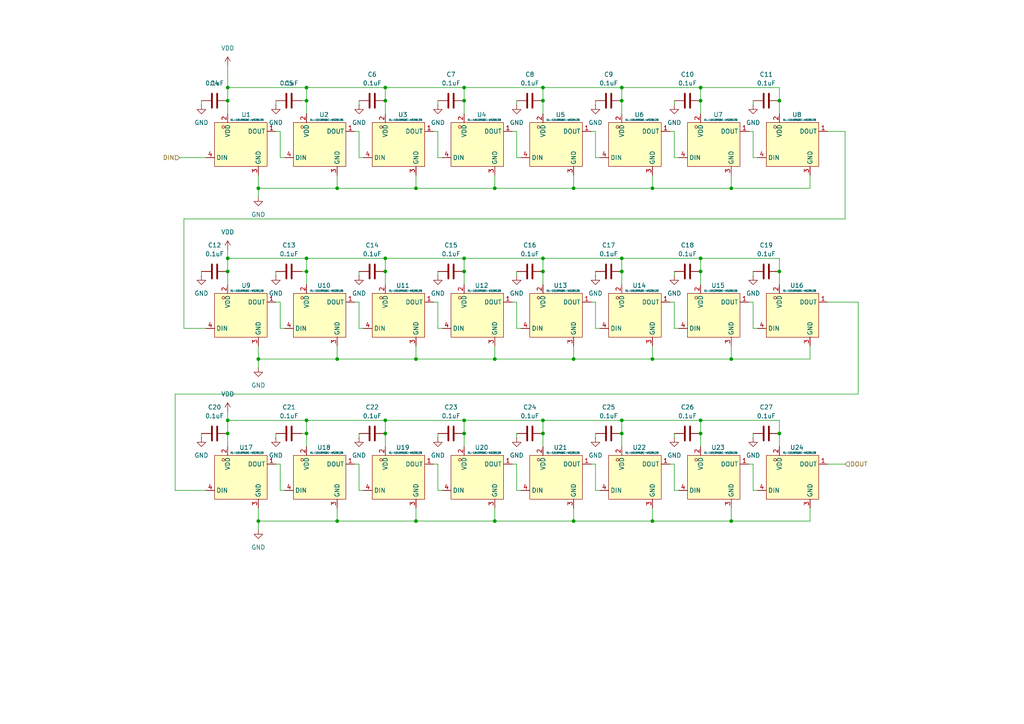
<source format=kicad_sch>
(kicad_sch (version 20231120) (generator "eeschema") (generator_version "8.0")
  (paper "A4")
  (lib_symbols
    (symbol "Device:C" (pin_numbers hide) (pin_names (offset 0.254))
      (property "Reference" "C" (at 0.635 2.54 0))
      (property "Value" "C" (at 0.635 -2.54 0))
      (symbol "C_0_1"
        (polyline (pts (xy -2.032 -0.762) (xy 2.032 -0.762)) (stroke (width 0.508)))
        (polyline (pts (xy -2.032 0.762) (xy 2.032 0.762)) (stroke (width 0.508)))
      )
      (symbol "C_1_1"
        (pin passive line (at 0 3.81 270) (length 2.794) (name "~") (number "1"))
        (pin passive line (at 0 -3.81 90) (length 2.794) (name "~") (number "2"))
      )
    )
    (symbol "easyeda2kicad:XL-1010RGBC-WS2812B"
      (property "Reference" "U" (at 0 13.97 0))
      (property "Value" "XL-1010RGBC-WS2812B" (at 0 -13.97 0))
      (symbol "XL-1010RGBC-WS2812B_0_1"
        (rectangle (start -7.62 6.35) (end 7.62 -6.35) (fill (type background)))
        (circle (center -5.08 5.08) (radius 0.38))
        (pin unspecified line (at 10.16 3.81 180) (length 2.54) (name "DOUT") (number "1"))
        (pin unspecified line (at -3.81 8.89 270) (length 2.54) (name "VDD") (number "2"))
        (pin unspecified line (at 5.08 -8.89 90) (length 2.54) (name "GND") (number "3"))
        (pin unspecified line (at -10.16 -3.81 0) (length 2.54) (name "DIN") (number "4"))
      )
    )
    (symbol "power:GND" (power) (pin_numbers hide) (pin_names (offset 0) hide)
      (property "Value" "GND" (at 0 -3.81 0))
      (symbol "GND_0_1"
        (polyline (pts (xy 0 0) (xy 0 -1.27) (xy 1.27 -1.27) (xy 0 -2.54) (xy -1.27 -1.27) (xy 0 -1.27)))
      )
      (symbol "GND_1_1"
        (pin power_in line (at 0 0 270) (length 0) (name "~") (number "1"))
      )
    )
    (symbol "power:VDD" (power) (pin_numbers hide) (pin_names (offset 0) hide)
      (property "Value" "VDD" (at 0 3.556 0))
      (symbol "VDD_0_1"
        (polyline (pts (xy -0.762 1.27) (xy 0 2.54)))
        (polyline (pts (xy 0 0) (xy 0 2.54)))
        (polyline (pts (xy 0 2.54) (xy 0.762 1.27)))
      )
      (symbol "VDD_1_1"
        (pin power_in line (at 0 0 90) (length 0) (name "~") (number "1"))
      )
    )
  )
  (junction (at 74.93 104.14))
  (junction (at 134.62 121.92))
  (junction (at 166.37 151.13))
  (junction (at 111.76 121.92))
  (junction (at 88.9 78.74))
  (junction (at 88.9 125.73))
  (junction (at 120.65 151.13))
  (junction (at 111.76 74.93))
  (junction (at 88.9 121.92))
  (junction (at 203.2 125.73))
  (junction (at 180.34 78.74))
  (junction (at 203.2 121.92))
  (junction (at 203.2 74.93))
  (junction (at 134.62 78.74))
  (junction (at 157.48 78.74))
  (junction (at 157.48 121.92))
  (junction (at 97.79 151.13))
  (junction (at 88.9 29.21))
  (junction (at 66.04 125.73))
  (junction (at 88.9 25.4))
  (junction (at 66.04 121.92))
  (junction (at 157.48 125.73))
  (junction (at 143.51 151.13))
  (junction (at 157.48 29.21))
  (junction (at 120.65 104.14))
  (junction (at 66.04 25.4))
  (junction (at 203.2 25.4))
  (junction (at 111.76 125.73))
  (junction (at 88.9 74.93))
  (junction (at 66.04 74.93))
  (junction (at 189.23 54.61))
  (junction (at 157.48 74.93))
  (junction (at 111.76 29.21))
  (junction (at 74.93 54.61))
  (junction (at 97.79 54.61))
  (junction (at 66.04 78.74))
  (junction (at 134.62 25.4))
  (junction (at 166.37 54.61))
  (junction (at 212.09 54.61))
  (junction (at 111.76 25.4))
  (junction (at 203.2 29.21))
  (junction (at 189.23 104.14))
  (junction (at 203.2 78.74))
  (junction (at 134.62 74.93))
  (junction (at 111.76 78.74))
  (junction (at 157.48 25.4))
  (junction (at 143.51 104.14))
  (junction (at 66.04 29.21))
  (junction (at 134.62 29.21))
  (junction (at 97.79 104.14))
  (junction (at 166.37 104.14))
  (junction (at 226.06 78.74))
  (junction (at 226.06 29.21))
  (junction (at 212.09 151.13))
  (junction (at 180.34 25.4))
  (junction (at 120.65 54.61))
  (junction (at 212.09 104.14))
  (junction (at 134.62 125.73))
  (junction (at 74.93 151.13))
  (junction (at 180.34 121.92))
  (junction (at 180.34 29.21))
  (junction (at 180.34 125.73))
  (junction (at 189.23 151.13))
  (junction (at 226.06 125.73))
  (junction (at 180.34 74.93))
  (junction (at 143.51 54.61))
  (wire (pts (xy 218.44 142.24) (xy 219.71 142.24)))
  (wire (pts (xy 134.62 74.93) (xy 157.48 74.93)))
  (wire (pts (xy 111.76 25.4) (xy 134.62 25.4)))
  (wire (pts (xy 226.06 74.93) (xy 226.06 78.74)))
  (wire (pts (xy 143.51 147.32) (xy 143.51 151.13)))
  (wire (pts (xy 195.58 142.24) (xy 196.85 142.24)))
  (wire (pts (xy 172.72 45.72) (xy 173.99 45.72)))
  (wire (pts (xy 81.28 142.24) (xy 82.55 142.24)))
  (wire (pts (xy 218.44 78.74) (xy 218.44 80.01)))
  (wire (pts (xy 102.87 38.1) (xy 104.14 38.1)))
  (wire (pts (xy 218.44 87.63) (xy 218.44 95.25)))
  (wire (pts (xy 120.65 100.33) (xy 120.65 104.14)))
  (wire (pts (xy 143.51 104.14) (xy 166.37 104.14)))
  (wire (pts (xy 248.92 114.3) (xy 50.8 114.3)))
  (wire (pts (xy 80.01 29.21) (xy 80.01 30.48)))
  (wire (pts (xy 217.17 87.63) (xy 218.44 87.63)))
  (wire (pts (xy 166.37 147.32) (xy 166.37 151.13)))
  (wire (pts (xy 127 125.73) (xy 127 127)))
  (wire (pts (xy 80.01 87.63) (xy 81.28 87.63)))
  (wire (pts (xy 88.9 78.74) (xy 88.9 82.55)))
  (wire (pts (xy 111.76 29.21) (xy 111.76 33.02)))
  (wire (pts (xy 180.34 25.4) (xy 180.34 29.21)))
  (wire (pts (xy 104.14 29.21) (xy 104.14 30.48)))
  (wire (pts (xy 157.48 121.92) (xy 180.34 121.92)))
  (wire (pts (xy 149.86 29.21) (xy 149.86 30.48)))
  (wire (pts (xy 74.93 54.61) (xy 97.79 54.61)))
  (wire (pts (xy 189.23 50.8) (xy 189.23 54.61)))
  (wire (pts (xy 218.44 45.72) (xy 219.71 45.72)))
  (wire (pts (xy 127 134.62) (xy 127 142.24)))
  (wire (pts (xy 157.48 74.93) (xy 180.34 74.93)))
  (wire (pts (xy 217.17 38.1) (xy 218.44 38.1)))
  (wire (pts (xy 66.04 25.4) (xy 66.04 29.21)))
  (wire (pts (xy 180.34 29.21) (xy 180.34 33.02)))
  (wire (pts (xy 212.09 104.14) (xy 234.95 104.14)))
  (wire (pts (xy 157.48 74.93) (xy 157.48 78.74)))
  (wire (pts (xy 218.44 38.1) (xy 218.44 45.72)))
  (wire (pts (xy 245.11 63.5) (xy 53.34 63.5)))
  (wire (pts (xy 212.09 50.8) (xy 212.09 54.61)))
  (wire (pts (xy 143.51 151.13) (xy 166.37 151.13)))
  (wire (pts (xy 104.14 134.62) (xy 104.14 142.24)))
  (wire (pts (xy 66.04 74.93) (xy 88.9 74.93)))
  (wire (pts (xy 166.37 100.33) (xy 166.37 104.14)))
  (wire (pts (xy 149.86 142.24) (xy 151.13 142.24)))
  (wire (pts (xy 157.48 125.73) (xy 157.48 129.54)))
  (wire (pts (xy 195.58 45.72) (xy 196.85 45.72)))
  (wire (pts (xy 125.73 38.1) (xy 127 38.1)))
  (wire (pts (xy 212.09 147.32) (xy 212.09 151.13)))
  (wire (pts (xy 74.93 54.61) (xy 74.93 57.15)))
  (wire (pts (xy 148.59 134.62) (xy 149.86 134.62)))
  (wire (pts (xy 248.92 87.63) (xy 248.92 114.3)))
  (wire (pts (xy 180.34 121.92) (xy 180.34 125.73)))
  (wire (pts (xy 157.48 29.21) (xy 157.48 33.02)))
  (wire (pts (xy 189.23 151.13) (xy 212.09 151.13)))
  (wire (pts (xy 180.34 25.4) (xy 203.2 25.4)))
  (wire (pts (xy 226.06 25.4) (xy 226.06 29.21)))
  (wire (pts (xy 104.14 87.63) (xy 104.14 95.25)))
  (wire (pts (xy 172.72 87.63) (xy 172.72 95.25)))
  (wire (pts (xy 81.28 87.63) (xy 81.28 95.25)))
  (wire (pts (xy 104.14 142.24) (xy 105.41 142.24)))
  (wire (pts (xy 66.04 78.74) (xy 66.04 82.55)))
  (wire (pts (xy 120.65 151.13) (xy 143.51 151.13)))
  (wire (pts (xy 127 38.1) (xy 127 45.72)))
  (wire (pts (xy 127 29.21) (xy 127 30.48)))
  (wire (pts (xy 111.76 121.92) (xy 134.62 121.92)))
  (wire (pts (xy 172.72 142.24) (xy 173.99 142.24)))
  (wire (pts (xy 203.2 29.21) (xy 203.2 33.02)))
  (wire (pts (xy 104.14 78.74) (xy 104.14 80.01)))
  (wire (pts (xy 50.8 114.3) (xy 50.8 142.24)))
  (wire (pts (xy 157.48 78.74) (xy 157.48 82.55)))
  (wire (pts (xy 157.48 25.4) (xy 157.48 29.21)))
  (wire (pts (xy 74.93 104.14) (xy 97.79 104.14)))
  (wire (pts (xy 97.79 151.13) (xy 120.65 151.13)))
  (wire (pts (xy 212.09 54.61) (xy 234.95 54.61)))
  (wire (pts (xy 143.51 100.33) (xy 143.51 104.14)))
  (wire (pts (xy 127 95.25) (xy 128.27 95.25)))
  (wire (pts (xy 226.06 121.92) (xy 226.06 125.73)))
  (wire (pts (xy 111.76 121.92) (xy 111.76 125.73)))
  (wire (pts (xy 127 45.72) (xy 128.27 45.72)))
  (wire (pts (xy 195.58 125.73) (xy 195.58 127)))
  (wire (pts (xy 166.37 151.13) (xy 189.23 151.13)))
  (wire (pts (xy 104.14 95.25) (xy 105.41 95.25)))
  (wire (pts (xy 88.9 74.93) (xy 111.76 74.93)))
  (wire (pts (xy 217.17 134.62) (xy 218.44 134.62)))
  (wire (pts (xy 149.86 125.73) (xy 149.86 127)))
  (wire (pts (xy 195.58 78.74) (xy 195.58 80.01)))
  (wire (pts (xy 53.34 63.5) (xy 53.34 95.25)))
  (wire (pts (xy 226.06 78.74) (xy 226.06 82.55)))
  (wire (pts (xy 218.44 95.25) (xy 219.71 95.25)))
  (wire (pts (xy 157.48 121.92) (xy 157.48 125.73)))
  (wire (pts (xy 245.11 38.1) (xy 245.11 63.5)))
  (wire (pts (xy 66.04 74.93) (xy 66.04 78.74)))
  (wire (pts (xy 157.48 25.4) (xy 180.34 25.4)))
  (wire (pts (xy 218.44 125.73) (xy 218.44 127)))
  (wire (pts (xy 127 142.24) (xy 128.27 142.24)))
  (wire (pts (xy 134.62 74.93) (xy 134.62 78.74)))
  (wire (pts (xy 149.86 78.74) (xy 149.86 80.01)))
  (wire (pts (xy 134.62 78.74) (xy 134.62 82.55)))
  (wire (pts (xy 80.01 38.1) (xy 81.28 38.1)))
  (wire (pts (xy 111.76 25.4) (xy 111.76 29.21)))
  (wire (pts (xy 52.07 45.72) (xy 59.69 45.72)))
  (wire (pts (xy 74.93 151.13) (xy 74.93 153.67)))
  (wire (pts (xy 74.93 50.8) (xy 74.93 54.61)))
  (wire (pts (xy 58.42 78.74) (xy 58.42 80.01)))
  (wire (pts (xy 240.03 134.62) (xy 245.11 134.62)))
  (wire (pts (xy 74.93 100.33) (xy 74.93 104.14)))
  (wire (pts (xy 195.58 95.25) (xy 196.85 95.25)))
  (wire (pts (xy 171.45 134.62) (xy 172.72 134.62)))
  (wire (pts (xy 172.72 78.74) (xy 172.72 80.01)))
  (wire (pts (xy 104.14 125.73) (xy 104.14 127)))
  (wire (pts (xy 203.2 25.4) (xy 226.06 25.4)))
  (wire (pts (xy 53.34 95.25) (xy 59.69 95.25)))
  (wire (pts (xy 134.62 25.4) (xy 157.48 25.4)))
  (wire (pts (xy 234.95 100.33) (xy 234.95 104.14)))
  (wire (pts (xy 195.58 134.62) (xy 195.58 142.24)))
  (wire (pts (xy 172.72 95.25) (xy 173.99 95.25)))
  (wire (pts (xy 149.86 95.25) (xy 151.13 95.25)))
  (wire (pts (xy 203.2 121.92) (xy 226.06 121.92)))
  (wire (pts (xy 97.79 54.61) (xy 120.65 54.61)))
  (wire (pts (xy 87.63 29.21) (xy 88.9 29.21)))
  (wire (pts (xy 180.34 74.93) (xy 203.2 74.93)))
  (wire (pts (xy 134.62 125.73) (xy 134.62 129.54)))
  (wire (pts (xy 88.9 25.4) (xy 111.76 25.4)))
  (wire (pts (xy 189.23 100.33) (xy 189.23 104.14)))
  (wire (pts (xy 97.79 50.8) (xy 97.79 54.61)))
  (wire (pts (xy 195.58 87.63) (xy 195.58 95.25)))
  (wire (pts (xy 149.86 45.72) (xy 151.13 45.72)))
  (wire (pts (xy 104.14 45.72) (xy 105.41 45.72)))
  (wire (pts (xy 234.95 147.32) (xy 234.95 151.13)))
  (wire (pts (xy 166.37 104.14) (xy 189.23 104.14)))
  (wire (pts (xy 180.34 121.92) (xy 203.2 121.92)))
  (wire (pts (xy 212.09 151.13) (xy 234.95 151.13)))
  (wire (pts (xy 102.87 87.63) (xy 104.14 87.63)))
  (wire (pts (xy 166.37 54.61) (xy 189.23 54.61)))
  (wire (pts (xy 134.62 29.21) (xy 134.62 33.02)))
  (wire (pts (xy 87.63 125.73) (xy 88.9 125.73)))
  (wire (pts (xy 80.01 125.73) (xy 80.01 127)))
  (wire (pts (xy 234.95 50.8) (xy 234.95 54.61)))
  (wire (pts (xy 218.44 29.21) (xy 218.44 30.48)))
  (wire (pts (xy 134.62 121.92) (xy 134.62 125.73)))
  (wire (pts (xy 111.76 78.74) (xy 111.76 82.55)))
  (wire (pts (xy 171.45 87.63) (xy 172.72 87.63)))
  (wire (pts (xy 172.72 29.21) (xy 172.72 30.48)))
  (wire (pts (xy 120.65 50.8) (xy 120.65 54.61)))
  (wire (pts (xy 148.59 87.63) (xy 149.86 87.63)))
  (wire (pts (xy 66.04 121.92) (xy 66.04 125.73)))
  (wire (pts (xy 195.58 38.1) (xy 195.58 45.72)))
  (wire (pts (xy 81.28 95.25) (xy 82.55 95.25)))
  (wire (pts (xy 97.79 104.14) (xy 120.65 104.14)))
  (wire (pts (xy 189.23 104.14) (xy 212.09 104.14)))
  (wire (pts (xy 189.23 54.61) (xy 212.09 54.61)))
  (wire (pts (xy 149.86 134.62) (xy 149.86 142.24)))
  (wire (pts (xy 88.9 121.92) (xy 88.9 125.73)))
  (wire (pts (xy 74.93 147.32) (xy 74.93 151.13)))
  (wire (pts (xy 203.2 78.74) (xy 203.2 82.55)))
  (wire (pts (xy 66.04 121.92) (xy 88.9 121.92)))
  (wire (pts (xy 203.2 121.92) (xy 203.2 125.73)))
  (wire (pts (xy 58.42 29.21) (xy 58.42 30.48)))
  (wire (pts (xy 194.31 134.62) (xy 195.58 134.62)))
  (wire (pts (xy 80.01 134.62) (xy 81.28 134.62)))
  (wire (pts (xy 180.34 78.74) (xy 180.34 82.55)))
  (wire (pts (xy 226.06 125.73) (xy 226.06 129.54)))
  (wire (pts (xy 218.44 134.62) (xy 218.44 142.24)))
  (wire (pts (xy 88.9 74.93) (xy 88.9 78.74)))
  (wire (pts (xy 203.2 74.93) (xy 226.06 74.93)))
  (wire (pts (xy 66.04 19.05) (xy 66.04 25.4)))
  (wire (pts (xy 111.76 74.93) (xy 134.62 74.93)))
  (wire (pts (xy 97.79 147.32) (xy 97.79 151.13)))
  (wire (pts (xy 81.28 45.72) (xy 82.55 45.72)))
  (wire (pts (xy 88.9 121.92) (xy 111.76 121.92)))
  (wire (pts (xy 81.28 38.1) (xy 81.28 45.72)))
  (wire (pts (xy 120.65 147.32) (xy 120.65 151.13)))
  (wire (pts (xy 74.93 104.14) (xy 74.93 106.68)))
  (wire (pts (xy 97.79 100.33) (xy 97.79 104.14)))
  (wire (pts (xy 172.72 38.1) (xy 172.72 45.72)))
  (wire (pts (xy 171.45 38.1) (xy 172.72 38.1)))
  (wire (pts (xy 143.51 54.61) (xy 166.37 54.61)))
  (wire (pts (xy 111.76 74.93) (xy 111.76 78.74)))
  (wire (pts (xy 148.59 38.1) (xy 149.86 38.1)))
  (wire (pts (xy 172.72 125.73) (xy 172.72 127)))
  (wire (pts (xy 194.31 38.1) (xy 195.58 38.1)))
  (wire (pts (xy 127 87.63) (xy 127 95.25)))
  (wire (pts (xy 127 78.74) (xy 127 80.01)))
  (wire (pts (xy 194.31 87.63) (xy 195.58 87.63)))
  (wire (pts (xy 189.23 147.32) (xy 189.23 151.13)))
  (wire (pts (xy 58.42 125.73) (xy 58.42 127)))
  (wire (pts (xy 166.37 50.8) (xy 166.37 54.61)))
  (wire (pts (xy 134.62 25.4) (xy 134.62 29.21)))
  (wire (pts (xy 80.01 78.74) (xy 80.01 80.01)))
  (wire (pts (xy 240.03 87.63) (xy 248.92 87.63)))
  (wire (pts (xy 66.04 125.73) (xy 66.04 129.54)))
  (wire (pts (xy 88.9 125.73) (xy 88.9 129.54)))
  (wire (pts (xy 125.73 87.63) (xy 127 87.63)))
  (wire (pts (xy 66.04 119.38) (xy 66.04 121.92)))
  (wire (pts (xy 180.34 74.93) (xy 180.34 78.74)))
  (wire (pts (xy 50.8 142.24) (xy 59.69 142.24)))
  (wire (pts (xy 87.63 78.74) (xy 88.9 78.74)))
  (wire (pts (xy 104.14 38.1) (xy 104.14 45.72)))
  (wire (pts (xy 66.04 25.4) (xy 88.9 25.4)))
  (wire (pts (xy 102.87 134.62) (xy 104.14 134.62)))
  (wire (pts (xy 81.28 134.62) (xy 81.28 142.24)))
  (wire (pts (xy 88.9 29.21) (xy 88.9 33.02)))
  (wire (pts (xy 66.04 72.39) (xy 66.04 74.93)))
  (wire (pts (xy 125.73 134.62) (xy 127 134.62)))
  (wire (pts (xy 203.2 74.93) (xy 203.2 78.74)))
  (wire (pts (xy 111.76 125.73) (xy 111.76 129.54)))
  (wire (pts (xy 172.72 134.62) (xy 172.72 142.24)))
  (wire (pts (xy 66.04 29.21) (xy 66.04 33.02)))
  (wire (pts (xy 134.62 121.92) (xy 157.48 121.92)))
  (wire (pts (xy 195.58 29.21) (xy 195.58 30.48)))
  (wire (pts (xy 88.9 25.4) (xy 88.9 29.21)))
  (wire (pts (xy 149.86 87.63) (xy 149.86 95.25)))
  (wire (pts (xy 120.65 104.14) (xy 143.51 104.14)))
  (wire (pts (xy 203.2 125.73) (xy 203.2 129.54)))
  (wire (pts (xy 180.34 125.73) (xy 180.34 129.54)))
  (wire (pts (xy 149.86 38.1) (xy 149.86 45.72)))
  (wire (pts (xy 120.65 54.61) (xy 143.51 54.61)))
  (wire (pts (xy 143.51 50.8) (xy 143.51 54.61)))
  (wire (pts (xy 212.09 100.33) (xy 212.09 104.14)))
  (wire (pts (xy 240.03 38.1) (xy 245.11 38.1)))
  (wire (pts (xy 203.2 25.4) (xy 203.2 29.21)))
  (wire (pts (xy 74.93 151.13) (xy 97.79 151.13)))
  (wire (pts (xy 226.06 29.21) (xy 226.06 33.02)))
  (hierarchical_label "DIN" (shape input) (at 52.07 45.72 180))
  (hierarchical_label "DOUT" (shape input) (at 245.11 134.62 0))
  (symbol (lib_id "power:GND") (at 218.44 30.48 0) (unit 1)
    (property "Reference" "#PWR014" (effects (hide yes)))
    (property "Value" "GND" (at 218.44 35.56 0))
    (property "Description" "Power symbol creates a global label with name \"GND\" , ground" (effects (hide yes)))
  )
  (symbol (lib_id "easyeda2kicad:XL-1010RGBC-WS2812B") (at 92.71 138.43 0) (unit 1)
    (property "Reference" "U18" (at 93.98 129.794 0))
    (property "Value" "XL-1010RGBC-WS2812B" (at 94.742 131.318 0) (effects (font (size 0.508 0.508))))
    (property "Footprint" "easyeda2kicad:LED-SMD_4P-L1.0-W1.0-TL_XL-1010RGBC-WS2812B" (effects (hide yes)))
    (property "LCSC Part" "C5349953" (effects (hide yes)))
  )
  (symbol (lib_id "power:GND") (at 127 127 0) (unit 1)
    (property "Reference" "#PWR030" (effects (hide yes)))
    (property "Value" "GND" (at 127 132.08 0))
    (property "Description" "Power symbol creates a global label with name \"GND\" , ground" (effects (hide yes)))
  )
  (symbol (lib_id "Device:C") (at 62.23 125.73 90) (unit 1)
    (property "Reference" "C20" (at 62.23 118.11 90))
    (property "Value" "0.1uF" (at 62.23 120.65 90))
    (property "Footprint" "Capacitor_SMD:C_0402_1005Metric" (effects (hide yes)))
    (property "Description" "Unpolarized capacitor" (effects (hide yes)))
  )
  (symbol (lib_id "easyeda2kicad:XL-1010RGBC-WS2812B") (at 184.15 91.44 0) (unit 1)
    (property "Reference" "U14" (at 185.42 82.804 0))
    (property "Value" "XL-1010RGBC-WS2812B" (at 186.182 84.328 0) (effects (font (size 0.508 0.508))))
    (property "Footprint" "easyeda2kicad:LED-SMD_4P-L1.0-W1.0-TL_XL-1010RGBC-WS2812B" (effects (hide yes)))
    (property "LCSC Part" "C5349953" (effects (hide yes)))
  )
  (symbol (lib_id "power:GND") (at 195.58 127 0) (unit 1)
    (property "Reference" "#PWR033" (effects (hide yes)))
    (property "Value" "GND" (at 195.58 132.08 0))
    (property "Description" "Power symbol creates a global label with name \"GND\" , ground" (effects (hide yes)))
  )
  (symbol (lib_id "easyeda2kicad:XL-1010RGBC-WS2812B") (at 161.29 91.44 0) (unit 1)
    (property "Reference" "U13" (at 162.56 82.804 0))
    (property "Value" "XL-1010RGBC-WS2812B" (at 163.322 84.328 0) (effects (font (size 0.508 0.508))))
    (property "Footprint" "easyeda2kicad:LED-SMD_4P-L1.0-W1.0-TL_XL-1010RGBC-WS2812B" (effects (hide yes)))
    (property "LCSC Part" "C5349953" (effects (hide yes)))
  )
  (symbol (lib_id "power:GND") (at 127 80.01 0) (unit 1)
    (property "Reference" "#PWR020" (effects (hide yes)))
    (property "Value" "GND" (at 127 85.09 0))
    (property "Description" "Power symbol creates a global label with name \"GND\" , ground" (effects (hide yes)))
  )
  (symbol (lib_id "easyeda2kicad:XL-1010RGBC-WS2812B") (at 207.01 41.91 0) (unit 1)
    (property "Reference" "U7" (at 208.28 33.274 0))
    (property "Value" "XL-1010RGBC-WS2812B" (at 209.042 34.798 0) (effects (font (size 0.508 0.508))))
    (property "Footprint" "easyeda2kicad:LED-SMD_4P-L1.0-W1.0-TL_XL-1010RGBC-WS2812B" (effects (hide yes)))
    (property "LCSC Part" "C5349953" (effects (hide yes)))
  )
  (symbol (lib_id "easyeda2kicad:XL-1010RGBC-WS2812B") (at 229.87 91.44 0) (unit 1)
    (property "Reference" "U16" (at 231.14 82.804 0))
    (property "Value" "XL-1010RGBC-WS2812B" (at 231.902 84.328 0) (effects (font (size 0.508 0.508))))
    (property "Footprint" "easyeda2kicad:LED-SMD_4P-L1.0-W1.0-TL_XL-1010RGBC-WS2812B" (effects (hide yes)))
    (property "LCSC Part" "C5349953" (effects (hide yes)))
  )
  (symbol (lib_id "Device:C") (at 153.67 125.73 90) (unit 1)
    (property "Reference" "C24" (at 153.67 118.11 90))
    (property "Value" "0.1uF" (at 153.67 120.65 90))
    (property "Footprint" "Capacitor_SMD:C_0402_1005Metric" (effects (hide yes)))
    (property "Description" "Unpolarized capacitor" (effects (hide yes)))
  )
  (symbol (lib_id "power:GND") (at 195.58 30.48 0) (unit 1)
    (property "Reference" "#PWR013" (effects (hide yes)))
    (property "Value" "GND" (at 195.58 35.56 0))
    (property "Description" "Power symbol creates a global label with name \"GND\" , ground" (effects (hide yes)))
  )
  (symbol (lib_id "power:GND") (at 58.42 80.01 0) (unit 1)
    (property "Reference" "#PWR015" (effects (hide yes)))
    (property "Value" "GND" (at 58.42 85.09 0))
    (property "Description" "Power symbol creates a global label with name \"GND\" , ground" (effects (hide yes)))
  )
  (symbol (lib_id "power:GND") (at 149.86 30.48 0) (unit 1)
    (property "Reference" "#PWR011" (effects (hide yes)))
    (property "Value" "GND" (at 149.86 35.56 0))
    (property "Description" "Power symbol creates a global label with name \"GND\" , ground" (effects (hide yes)))
  )
  (symbol (lib_id "Device:C") (at 130.81 78.74 90) (unit 1)
    (property "Reference" "C15" (at 130.81 71.12 90))
    (property "Value" "0.1uF" (at 130.81 73.66 90))
    (property "Footprint" "Capacitor_SMD:C_0402_1005Metric" (effects (hide yes)))
    (property "Description" "Unpolarized capacitor" (effects (hide yes)))
  )
  (symbol (lib_id "easyeda2kicad:XL-1010RGBC-WS2812B") (at 138.43 138.43 0) (unit 1)
    (property "Reference" "U20" (at 139.7 129.794 0))
    (property "Value" "XL-1010RGBC-WS2812B" (at 140.462 131.318 0) (effects (font (size 0.508 0.508))))
    (property "Footprint" "easyeda2kicad:LED-SMD_4P-L1.0-W1.0-TL_XL-1010RGBC-WS2812B" (effects (hide yes)))
    (property "LCSC Part" "C5349953" (effects (hide yes)))
  )
  (symbol (lib_id "easyeda2kicad:XL-1010RGBC-WS2812B") (at 229.87 41.91 0) (unit 1)
    (property "Reference" "U8" (at 231.14 33.274 0))
    (property "Value" "XL-1010RGBC-WS2812B" (at 231.902 34.798 0) (effects (font (size 0.508 0.508))))
    (property "Footprint" "easyeda2kicad:LED-SMD_4P-L1.0-W1.0-TL_XL-1010RGBC-WS2812B" (effects (hide yes)))
    (property "LCSC Part" "C5349953" (effects (hide yes)))
  )
  (symbol (lib_id "easyeda2kicad:XL-1010RGBC-WS2812B") (at 229.87 138.43 0) (unit 1)
    (property "Reference" "U24" (at 231.14 129.794 0))
    (property "Value" "XL-1010RGBC-WS2812B" (at 231.902 131.318 0) (effects (font (size 0.508 0.508))))
    (property "Footprint" "easyeda2kicad:LED-SMD_4P-L1.0-W1.0-TL_XL-1010RGBC-WS2812B" (effects (hide yes)))
    (property "LCSC Part" "C5349953" (effects (hide yes)))
  )
  (symbol (lib_id "Device:C") (at 199.39 125.73 90) (unit 1)
    (property "Reference" "C26" (at 199.39 118.11 90))
    (property "Value" "0.1uF" (at 199.39 120.65 90))
    (property "Footprint" "Capacitor_SMD:C_0402_1005Metric" (effects (hide yes)))
    (property "Description" "Unpolarized capacitor" (effects (hide yes)))
  )
  (symbol (lib_id "Device:C") (at 107.95 125.73 90) (unit 1)
    (property "Reference" "C22" (at 107.95 118.11 90))
    (property "Value" "0.1uF" (at 107.95 120.65 90))
    (property "Footprint" "Capacitor_SMD:C_0402_1005Metric" (effects (hide yes)))
    (property "Description" "Unpolarized capacitor" (effects (hide yes)))
  )
  (symbol (lib_id "power:GND") (at 104.14 80.01 0) (unit 1)
    (property "Reference" "#PWR019" (effects (hide yes)))
    (property "Value" "GND" (at 104.14 85.09 0))
    (property "Description" "Power symbol creates a global label with name \"GND\" , ground" (effects (hide yes)))
  )
  (symbol (lib_id "power:GND") (at 74.93 57.15 0) (unit 1)
    (property "Reference" "#PWR06" (effects (hide yes)))
    (property "Value" "GND" (at 74.93 62.23 0))
    (property "Description" "Power symbol creates a global label with name \"GND\" , ground" (effects (hide yes)))
  )
  (symbol (lib_id "easyeda2kicad:XL-1010RGBC-WS2812B") (at 115.57 138.43 0) (unit 1)
    (property "Reference" "U19" (at 116.84 129.794 0))
    (property "Value" "XL-1010RGBC-WS2812B" (at 117.602 131.318 0) (effects (font (size 0.508 0.508))))
    (property "Footprint" "easyeda2kicad:LED-SMD_4P-L1.0-W1.0-TL_XL-1010RGBC-WS2812B" (effects (hide yes)))
    (property "LCSC Part" "C5349953" (effects (hide yes)))
  )
  (symbol (lib_id "easyeda2kicad:XL-1010RGBC-WS2812B") (at 161.29 138.43 0) (unit 1)
    (property "Reference" "U21" (at 162.56 129.794 0))
    (property "Value" "XL-1010RGBC-WS2812B" (at 163.322 131.318 0) (effects (font (size 0.508 0.508))))
    (property "Footprint" "easyeda2kicad:LED-SMD_4P-L1.0-W1.0-TL_XL-1010RGBC-WS2812B" (effects (hide yes)))
    (property "LCSC Part" "C5349953" (effects (hide yes)))
  )
  (symbol (lib_id "Device:C") (at 130.81 29.21 90) (unit 1)
    (property "Reference" "C7" (at 130.81 21.59 90))
    (property "Value" "0.1uF" (at 130.81 24.13 90))
    (property "Footprint" "Capacitor_SMD:C_0402_1005Metric" (effects (hide yes)))
    (property "Description" "Unpolarized capacitor" (effects (hide yes)))
  )
  (symbol (lib_id "Device:C") (at 222.25 125.73 90) (unit 1)
    (property "Reference" "C27" (at 222.25 118.11 90))
    (property "Value" "0.1uF" (at 222.25 120.65 90))
    (property "Footprint" "Capacitor_SMD:C_0402_1005Metric" (effects (hide yes)))
    (property "Description" "Unpolarized capacitor" (effects (hide yes)))
  )
  (symbol (lib_id "power:GND") (at 80.01 30.48 0) (unit 1)
    (property "Reference" "#PWR07" (effects (hide yes)))
    (property "Value" "GND" (at 80.01 35.56 0))
    (property "Description" "Power symbol creates a global label with name \"GND\" , ground" (effects (hide yes)))
  )
  (symbol (lib_id "Device:C") (at 176.53 78.74 90) (unit 1)
    (property "Reference" "C17" (at 176.53 71.12 90))
    (property "Value" "0.1uF" (at 176.53 73.66 90))
    (property "Footprint" "Capacitor_SMD:C_0402_1005Metric" (effects (hide yes)))
    (property "Description" "Unpolarized capacitor" (effects (hide yes)))
  )
  (symbol (lib_id "power:GND") (at 172.72 80.01 0) (unit 1)
    (property "Reference" "#PWR022" (effects (hide yes)))
    (property "Value" "GND" (at 172.72 85.09 0))
    (property "Description" "Power symbol creates a global label with name \"GND\" , ground" (effects (hide yes)))
  )
  (symbol (lib_id "Device:C") (at 176.53 29.21 90) (unit 1)
    (property "Reference" "C9" (at 176.53 21.59 90))
    (property "Value" "0.1uF" (at 176.53 24.13 90))
    (property "Footprint" "Capacitor_SMD:C_0402_1005Metric" (effects (hide yes)))
    (property "Description" "Unpolarized capacitor" (effects (hide yes)))
  )
  (symbol (lib_id "easyeda2kicad:XL-1010RGBC-WS2812B") (at 184.15 41.91 0) (unit 1)
    (property "Reference" "U6" (at 185.42 33.274 0))
    (property "Value" "XL-1010RGBC-WS2812B" (at 186.182 34.798 0) (effects (font (size 0.508 0.508))))
    (property "Footprint" "easyeda2kicad:LED-SMD_4P-L1.0-W1.0-TL_XL-1010RGBC-WS2812B" (effects (hide yes)))
    (property "LCSC Part" "C5349953" (effects (hide yes)))
  )
  (symbol (lib_id "power:VDD") (at 66.04 72.39 0) (unit 1)
    (property "Reference" "#PWR016" (effects (hide yes)))
    (property "Value" "VDD" (at 66.04 67.31 0))
    (property "Description" "Power symbol creates a global label with name \"VDD\"" (effects (hide yes)))
  )
  (symbol (lib_id "power:GND") (at 74.93 153.67 0) (unit 1)
    (property "Reference" "#PWR027" (effects (hide yes)))
    (property "Value" "GND" (at 74.93 158.75 0))
    (property "Description" "Power symbol creates a global label with name \"GND\" , ground" (effects (hide yes)))
  )
  (symbol (lib_id "power:GND") (at 104.14 127 0) (unit 1)
    (property "Reference" "#PWR029" (effects (hide yes)))
    (property "Value" "GND" (at 104.14 132.08 0))
    (property "Description" "Power symbol creates a global label with name \"GND\" , ground" (effects (hide yes)))
  )
  (symbol (lib_id "easyeda2kicad:XL-1010RGBC-WS2812B") (at 92.71 41.91 0) (unit 1)
    (property "Reference" "U2" (at 93.98 33.274 0))
    (property "Value" "XL-1010RGBC-WS2812B" (at 94.742 34.798 0) (effects (font (size 0.508 0.508))))
    (property "Footprint" "easyeda2kicad:LED-SMD_4P-L1.0-W1.0-TL_XL-1010RGBC-WS2812B" (effects (hide yes)))
    (property "LCSC Part" "C5349953" (effects (hide yes)))
  )
  (symbol (lib_id "easyeda2kicad:XL-1010RGBC-WS2812B") (at 138.43 91.44 0) (unit 1)
    (property "Reference" "U12" (at 139.7 82.804 0))
    (property "Value" "XL-1010RGBC-WS2812B" (at 140.462 84.328 0) (effects (font (size 0.508 0.508))))
    (property "Footprint" "easyeda2kicad:LED-SMD_4P-L1.0-W1.0-TL_XL-1010RGBC-WS2812B" (effects (hide yes)))
    (property "LCSC Part" "C5349953" (effects (hide yes)))
  )
  (symbol (lib_id "power:GND") (at 172.72 127 0) (unit 1)
    (property "Reference" "#PWR032" (effects (hide yes)))
    (property "Value" "GND" (at 172.72 132.08 0))
    (property "Description" "Power symbol creates a global label with name \"GND\" , ground" (effects (hide yes)))
  )
  (symbol (lib_id "power:VDD") (at 66.04 19.05 0) (unit 1)
    (property "Reference" "#PWR04" (effects (hide yes)))
    (property "Value" "VDD" (at 66.04 13.97 0))
    (property "Description" "Power symbol creates a global label with name \"VDD\"" (effects (hide yes)))
  )
  (symbol (lib_id "Device:C") (at 199.39 78.74 90) (unit 1)
    (property "Reference" "C18" (at 199.39 71.12 90))
    (property "Value" "0.1uF" (at 199.39 73.66 90))
    (property "Footprint" "Capacitor_SMD:C_0402_1005Metric" (effects (hide yes)))
    (property "Description" "Unpolarized capacitor" (effects (hide yes)))
  )
  (symbol (lib_id "Device:C") (at 83.82 78.74 90) (unit 1)
    (property "Reference" "C13" (at 83.82 71.12 90))
    (property "Value" "0.1uF" (at 83.82 73.66 90))
    (property "Footprint" "Capacitor_SMD:C_0402_1005Metric" (effects (hide yes)))
    (property "Description" "Unpolarized capacitor" (effects (hide yes)))
  )
  (symbol (lib_id "Device:C") (at 222.25 78.74 90) (unit 1)
    (property "Reference" "C19" (at 222.25 71.12 90))
    (property "Value" "0.1uF" (at 222.25 73.66 90))
    (property "Footprint" "Capacitor_SMD:C_0402_1005Metric" (effects (hide yes)))
    (property "Description" "Unpolarized capacitor" (effects (hide yes)))
  )
  (symbol (lib_id "Device:C") (at 83.82 29.21 90) (unit 1)
    (property "Reference" "C5" (at 83.82 24.13 90))
    (property "Value" "0.1uF" (at 83.82 24.13 90))
    (property "Footprint" "Capacitor_SMD:C_0402_1005Metric" (effects (hide yes)))
    (property "Description" "Unpolarized capacitor" (effects (hide yes)))
  )
  (symbol (lib_id "Device:C") (at 83.82 125.73 90) (unit 1)
    (property "Reference" "C21" (at 83.82 118.11 90))
    (property "Value" "0.1uF" (at 83.82 120.65 90))
    (property "Footprint" "Capacitor_SMD:C_0402_1005Metric" (effects (hide yes)))
    (property "Description" "Unpolarized capacitor" (effects (hide yes)))
  )
  (symbol (lib_id "Device:C") (at 222.25 29.21 90) (unit 1)
    (property "Reference" "C11" (at 222.25 21.59 90))
    (property "Value" "0.1uF" (at 222.25 24.13 90))
    (property "Footprint" "Capacitor_SMD:C_0402_1005Metric" (effects (hide yes)))
    (property "Description" "Unpolarized capacitor" (effects (hide yes)))
  )
  (symbol (lib_id "power:VDD") (at 66.04 119.38 0) (unit 1)
    (property "Reference" "#PWR026" (effects (hide yes)))
    (property "Value" "VDD" (at 66.04 114.3 0))
    (property "Description" "Power symbol creates a global label with name \"VDD\"" (effects (hide yes)))
  )
  (symbol (lib_id "power:GND") (at 80.01 127 0) (unit 1)
    (property "Reference" "#PWR028" (effects (hide yes)))
    (property "Value" "GND" (at 80.01 132.08 0))
    (property "Description" "Power symbol creates a global label with name \"GND\" , ground" (effects (hide yes)))
  )
  (symbol (lib_id "Device:C") (at 62.23 78.74 90) (unit 1)
    (property "Reference" "C12" (at 62.23 71.12 90))
    (property "Value" "0.1uF" (at 62.23 73.66 90))
    (property "Footprint" "Capacitor_SMD:C_0402_1005Metric" (effects (hide yes)))
    (property "Description" "Unpolarized capacitor" (effects (hide yes)))
  )
  (symbol (lib_id "power:GND") (at 58.42 127 0) (unit 1)
    (property "Reference" "#PWR025" (effects (hide yes)))
    (property "Value" "GND" (at 58.42 132.08 0))
    (property "Description" "Power symbol creates a global label with name \"GND\" , ground" (effects (hide yes)))
  )
  (symbol (lib_id "Device:C") (at 153.67 78.74 90) (unit 1)
    (property "Reference" "C16" (at 153.67 71.12 90))
    (property "Value" "0.1uF" (at 153.67 73.66 90))
    (property "Footprint" "Capacitor_SMD:C_0402_1005Metric" (effects (hide yes)))
    (property "Description" "Unpolarized capacitor" (effects (hide yes)))
  )
  (symbol (lib_id "power:GND") (at 149.86 127 0) (unit 1)
    (property "Reference" "#PWR031" (effects (hide yes)))
    (property "Value" "GND" (at 149.86 132.08 0))
    (property "Description" "Power symbol creates a global label with name \"GND\" , ground" (effects (hide yes)))
  )
  (symbol (lib_id "easyeda2kicad:XL-1010RGBC-WS2812B") (at 161.29 41.91 0) (unit 1)
    (property "Reference" "U5" (at 162.56 33.274 0))
    (property "Value" "XL-1010RGBC-WS2812B" (at 163.322 34.798 0) (effects (font (size 0.508 0.508))))
    (property "Footprint" "easyeda2kicad:LED-SMD_4P-L1.0-W1.0-TL_XL-1010RGBC-WS2812B" (effects (hide yes)))
    (property "LCSC Part" "C5349953" (effects (hide yes)))
  )
  (symbol (lib_id "Device:C") (at 107.95 78.74 90) (unit 1)
    (property "Reference" "C14" (at 107.95 71.12 90))
    (property "Value" "0.1uF" (at 107.95 73.66 90))
    (property "Footprint" "Capacitor_SMD:C_0402_1005Metric" (effects (hide yes)))
    (property "Description" "Unpolarized capacitor" (effects (hide yes)))
  )
  (symbol (lib_id "power:GND") (at 127 30.48 0) (unit 1)
    (property "Reference" "#PWR010" (effects (hide yes)))
    (property "Value" "GND" (at 127 35.56 0))
    (property "Description" "Power symbol creates a global label with name \"GND\" , ground" (effects (hide yes)))
  )
  (symbol (lib_id "power:GND") (at 218.44 80.01 0) (unit 1)
    (property "Reference" "#PWR024" (effects (hide yes)))
    (property "Value" "GND" (at 218.44 85.09 0))
    (property "Description" "Power symbol creates a global label with name \"GND\" , ground" (effects (hide yes)))
  )
  (symbol (lib_id "Device:C") (at 62.23 29.21 90) (unit 1)
    (property "Reference" "C4" (at 62.23 24.13 90))
    (property "Value" "0.1uF" (at 62.23 24.13 90))
    (property "Footprint" "Capacitor_SMD:C_0402_1005Metric" (effects (hide yes)))
    (property "Description" "Unpolarized capacitor" (effects (hide yes)))
  )
  (symbol (lib_id "power:GND") (at 58.42 30.48 0) (unit 1)
    (property "Reference" "#PWR08" (effects (hide yes)))
    (property "Value" "GND" (at 58.42 35.56 0))
    (property "Description" "Power symbol creates a global label with name \"GND\" , ground" (effects (hide yes)))
  )
  (symbol (lib_id "Device:C") (at 176.53 125.73 90) (unit 1)
    (property "Reference" "C25" (at 176.53 118.11 90))
    (property "Value" "0.1uF" (at 176.53 120.65 90))
    (property "Footprint" "Capacitor_SMD:C_0402_1005Metric" (effects (hide yes)))
    (property "Description" "Unpolarized capacitor" (effects (hide yes)))
  )
  (symbol (lib_id "easyeda2kicad:XL-1010RGBC-WS2812B") (at 138.43 41.91 0) (unit 1)
    (property "Reference" "U4" (at 139.7 33.274 0))
    (property "Value" "XL-1010RGBC-WS2812B" (at 140.462 34.798 0) (effects (font (size 0.508 0.508))))
    (property "Footprint" "easyeda2kicad:LED-SMD_4P-L1.0-W1.0-TL_XL-1010RGBC-WS2812B" (effects (hide yes)))
    (property "LCSC Part" "C5349953" (effects (hide yes)))
  )
  (symbol (lib_id "power:GND") (at 218.44 127 0) (unit 1)
    (property "Reference" "#PWR034" (effects (hide yes)))
    (property "Value" "GND" (at 218.44 132.08 0))
    (property "Description" "Power symbol creates a global label with name \"GND\" , ground" (effects (hide yes)))
  )
  (symbol (lib_id "easyeda2kicad:XL-1010RGBC-WS2812B") (at 207.01 91.44 0) (unit 1)
    (property "Reference" "U15" (at 208.28 82.804 0))
    (property "Value" "XL-1010RGBC-WS2812B" (at 209.042 84.328 0) (effects (font (size 0.508 0.508))))
    (property "Footprint" "easyeda2kicad:LED-SMD_4P-L1.0-W1.0-TL_XL-1010RGBC-WS2812B" (effects (hide yes)))
    (property "LCSC Part" "C5349953" (effects (hide yes)))
  )
  (symbol (lib_id "easyeda2kicad:XL-1010RGBC-WS2812B") (at 184.15 138.43 0) (unit 1)
    (property "Reference" "U22" (at 185.42 129.794 0))
    (property "Value" "XL-1010RGBC-WS2812B" (at 186.182 131.318 0) (effects (font (size 0.508 0.508))))
    (property "Footprint" "easyeda2kicad:LED-SMD_4P-L1.0-W1.0-TL_XL-1010RGBC-WS2812B" (effects (hide yes)))
    (property "LCSC Part" "C5349953" (effects (hide yes)))
  )
  (symbol (lib_id "power:GND") (at 80.01 80.01 0) (unit 1)
    (property "Reference" "#PWR018" (effects (hide yes)))
    (property "Value" "GND" (at 80.01 85.09 0))
    (property "Description" "Power symbol creates a global label with name \"GND\" , ground" (effects (hide yes)))
  )
  (symbol (lib_id "Device:C") (at 199.39 29.21 90) (unit 1)
    (property "Reference" "C10" (at 199.39 21.59 90))
    (property "Value" "0.1uF" (at 199.39 24.13 90))
    (property "Footprint" "Capacitor_SMD:C_0402_1005Metric" (effects (hide yes)))
    (property "Description" "Unpolarized capacitor" (effects (hide yes)))
  )
  (symbol (lib_id "easyeda2kicad:XL-1010RGBC-WS2812B") (at 69.85 138.43 0) (unit 1)
    (property "Reference" "U17" (at 71.374 129.794 0))
    (property "Value" "XL-1010RGBC-WS2812B" (at 71.628 131.318 0) (effects (font (size 0.508 0.508))))
    (property "Footprint" "easyeda2kicad:LED-SMD_4P-L1.0-W1.0-TL_XL-1010RGBC-WS2812B" (effects (hide yes)))
    (property "LCSC Part" "C5349953" (effects (hide yes)))
  )
  (symbol (lib_id "power:GND") (at 74.93 106.68 0) (unit 1)
    (property "Reference" "#PWR017" (effects (hide yes)))
    (property "Value" "GND" (at 74.93 111.76 0))
    (property "Description" "Power symbol creates a global label with name \"GND\" , ground" (effects (hide yes)))
  )
  (symbol (lib_id "power:GND") (at 195.58 80.01 0) (unit 1)
    (property "Reference" "#PWR023" (effects (hide yes)))
    (property "Value" "GND" (at 195.58 85.09 0))
    (property "Description" "Power symbol creates a global label with name \"GND\" , ground" (effects (hide yes)))
  )
  (symbol (lib_id "Device:C") (at 153.67 29.21 90) (unit 1)
    (property "Reference" "C8" (at 153.67 21.59 90))
    (property "Value" "0.1uF" (at 153.67 24.13 90))
    (property "Footprint" "Capacitor_SMD:C_0402_1005Metric" (effects (hide yes)))
    (property "Description" "Unpolarized capacitor" (effects (hide yes)))
  )
  (symbol (lib_id "easyeda2kicad:XL-1010RGBC-WS2812B") (at 115.57 91.44 0) (unit 1)
    (property "Reference" "U11" (at 116.84 82.804 0))
    (property "Value" "XL-1010RGBC-WS2812B" (at 117.602 84.328 0) (effects (font (size 0.508 0.508))))
    (property "Footprint" "easyeda2kicad:LED-SMD_4P-L1.0-W1.0-TL_XL-1010RGBC-WS2812B" (effects (hide yes)))
    (property "LCSC Part" "C5349953" (effects (hide yes)))
  )
  (symbol (lib_id "Device:C") (at 130.81 125.73 90) (unit 1)
    (property "Reference" "C23" (at 130.81 118.11 90))
    (property "Value" "0.1uF" (at 130.81 120.65 90))
    (property "Footprint" "Capacitor_SMD:C_0402_1005Metric" (effects (hide yes)))
    (property "Description" "Unpolarized capacitor" (effects (hide yes)))
  )
  (symbol (lib_id "Device:C") (at 107.95 29.21 90) (unit 1)
    (property "Reference" "C6" (at 107.95 21.59 90))
    (property "Value" "0.1uF" (at 107.95 24.13 90))
    (property "Footprint" "Capacitor_SMD:C_0402_1005Metric" (effects (hide yes)))
    (property "Description" "Unpolarized capacitor" (effects (hide yes)))
  )
  (symbol (lib_id "easyeda2kicad:XL-1010RGBC-WS2812B") (at 69.85 91.44 0) (unit 1)
    (property "Reference" "U9" (at 71.374 82.804 0))
    (property "Value" "XL-1010RGBC-WS2812B" (at 71.628 84.328 0) (effects (font (size 0.508 0.508))))
    (property "Footprint" "easyeda2kicad:LED-SMD_4P-L1.0-W1.0-TL_XL-1010RGBC-WS2812B" (effects (hide yes)))
    (property "LCSC Part" "C5349953" (effects (hide yes)))
  )
  (symbol (lib_id "easyeda2kicad:XL-1010RGBC-WS2812B") (at 92.71 91.44 0) (unit 1)
    (property "Reference" "U10" (at 93.98 82.804 0))
    (property "Value" "XL-1010RGBC-WS2812B" (at 94.742 84.328 0) (effects (font (size 0.508 0.508))))
    (property "Footprint" "easyeda2kicad:LED-SMD_4P-L1.0-W1.0-TL_XL-1010RGBC-WS2812B" (effects (hide yes)))
    (property "LCSC Part" "C5349953" (effects (hide yes)))
  )
  (symbol (lib_id "power:GND") (at 172.72 30.48 0) (unit 1)
    (property "Reference" "#PWR012" (effects (hide yes)))
    (property "Value" "GND" (at 172.72 35.56 0))
    (property "Description" "Power symbol creates a global label with name \"GND\" , ground" (effects (hide yes)))
  )
  (symbol (lib_id "easyeda2kicad:XL-1010RGBC-WS2812B") (at 69.85 41.91 0) (unit 1)
    (property "Reference" "U1" (at 71.374 33.274 0))
    (property "Value" "XL-1010RGBC-WS2812B" (at 71.628 34.798 0) (effects (font (size 0.508 0.508))))
    (property "Footprint" "easyeda2kicad:LED-SMD_4P-L1.0-W1.0-TL_XL-1010RGBC-WS2812B" (effects (hide yes)))
    (property "LCSC Part" "C5349953" (effects (hide yes)))
  )
  (symbol (lib_id "easyeda2kicad:XL-1010RGBC-WS2812B") (at 115.57 41.91 0) (unit 1)
    (property "Reference" "U3" (at 116.84 33.274 0))
    (property "Value" "XL-1010RGBC-WS2812B" (at 117.602 34.798 0) (effects (font (size 0.508 0.508))))
    (property "Footprint" "easyeda2kicad:LED-SMD_4P-L1.0-W1.0-TL_XL-1010RGBC-WS2812B" (effects (hide yes)))
    (property "LCSC Part" "C5349953" (effects (hide yes)))
  )
  (symbol (lib_id "power:GND") (at 149.86 80.01 0) (unit 1)
    (property "Reference" "#PWR021" (effects (hide yes)))
    (property "Value" "GND" (at 149.86 85.09 0))
    (property "Description" "Power symbol creates a global label with name \"GND\" , ground" (effects (hide yes)))
  )
  (symbol (lib_id "easyeda2kicad:XL-1010RGBC-WS2812B") (at 207.01 138.43 0) (unit 1)
    (property "Reference" "U23" (at 208.28 129.794 0))
    (property "Value" "XL-1010RGBC-WS2812B" (at 209.042 131.318 0) (effects (font (size 0.508 0.508))))
    (property "Footprint" "easyeda2kicad:LED-SMD_4P-L1.0-W1.0-TL_XL-1010RGBC-WS2812B" (effects (hide yes)))
    (property "LCSC Part" "C5349953" (effects (hide yes)))
  )
  (symbol (lib_id "power:GND") (at 104.14 30.48 0) (unit 1)
    (property "Reference" "#PWR09" (effects (hide yes)))
    (property "Value" "GND" (at 104.14 35.56 0))
    (property "Description" "Power symbol creates a global label with name \"GND\" , ground" (effects (hide yes)))
  )
)
</source>
